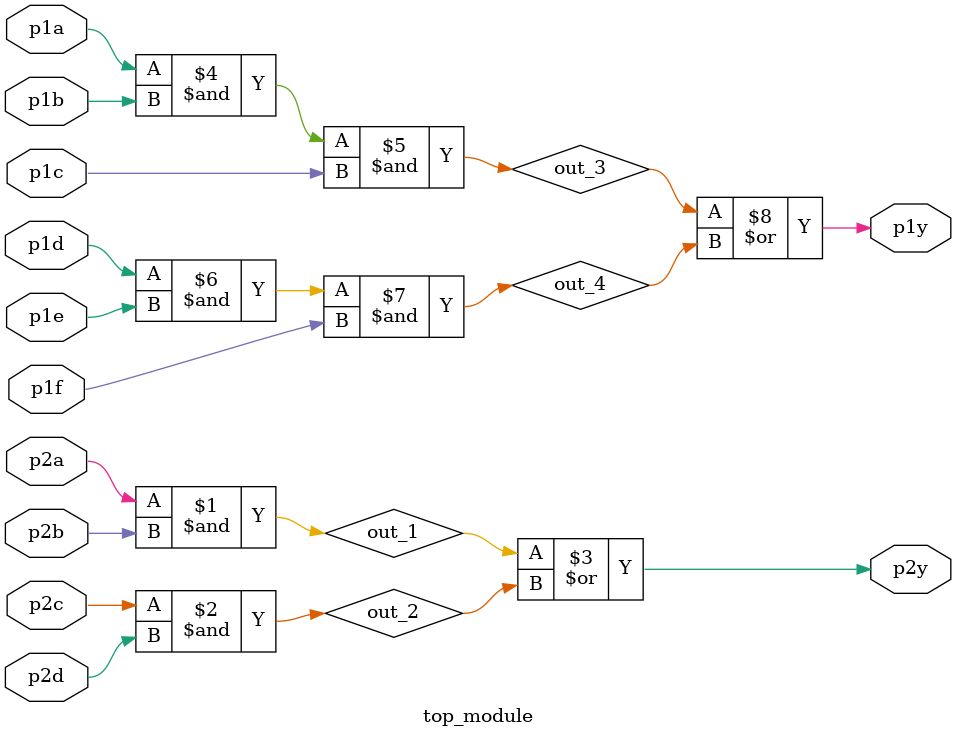
<source format=v>
module top_module ( 
    input p1a, p1b, p1c, p1d, p1e, p1f,
    output p1y,
    input p2a, p2b, p2c, p2d,
    output p2y );
	wire out_1, out_2, out_3, out_4;
    
    assign out_1 = p2a&p2b;
    assign out_2 = p2c&p2d;
    
    assign p2y = out_1 | out_2;
    
    assign out_3 = p1a&p1b&p1c;
    assign out_4 = p1d&p1e&p1f;
    
    assign p1y = out_3 | out_4;

endmodule

</source>
